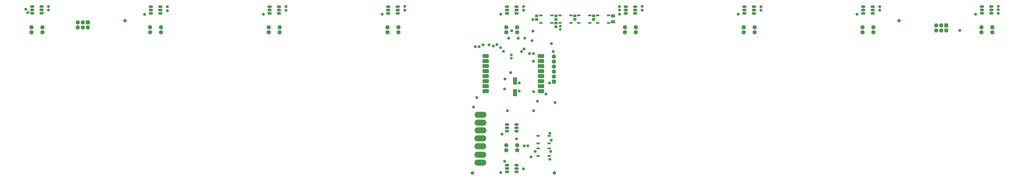
<source format=gts>
G04 Layer_Color=8388736*
%FSLAX25Y25*%
%MOIN*%
G70*
G01*
G75*
%ADD51R,0.06800X0.03800*%
%ADD52R,0.07887X0.14383*%
%ADD53R,0.06312X0.05524*%
%ADD54R,0.04737X0.04737*%
%ADD55R,0.07887X0.05918*%
G04:AMPARAMS|DCode=56|XSize=86.74mil|YSize=51.31mil|CornerRadius=25.66mil|HoleSize=0mil|Usage=FLASHONLY|Rotation=0.000|XOffset=0mil|YOffset=0mil|HoleType=Round|Shape=RoundedRectangle|*
%AMROUNDEDRECTD56*
21,1,0.08674,0.00000,0,0,0.0*
21,1,0.03543,0.05131,0,0,0.0*
1,1,0.05131,0.01772,0.00000*
1,1,0.05131,-0.01772,0.00000*
1,1,0.05131,-0.01772,0.00000*
1,1,0.05131,0.01772,0.00000*
%
%ADD56ROUNDEDRECTD56*%
%ADD57C,0.08280*%
%ADD58R,0.08280X0.08280*%
%ADD59R,0.08280X0.08280*%
%ADD60C,0.06800*%
%ADD61O,0.23600X0.12200*%
G04:AMPARAMS|DCode=62|XSize=82.8mil|YSize=126.11mil|CornerRadius=22.7mil|HoleSize=0mil|Usage=FLASHONLY|Rotation=90.000|XOffset=0mil|YOffset=0mil|HoleType=Round|Shape=RoundedRectangle|*
%AMROUNDEDRECTD62*
21,1,0.08280,0.08071,0,0,90.0*
21,1,0.03740,0.12611,0,0,90.0*
1,1,0.04540,0.04035,0.01870*
1,1,0.04540,0.04035,-0.01870*
1,1,0.04540,-0.04035,-0.01870*
1,1,0.04540,-0.04035,0.01870*
%
%ADD62ROUNDEDRECTD62*%
G04:AMPARAMS|DCode=63|XSize=82.8mil|YSize=126.11mil|CornerRadius=0mil|HoleSize=0mil|Usage=FLASHONLY|Rotation=90.000|XOffset=0mil|YOffset=0mil|HoleType=Round|Shape=Octagon|*
%AMOCTAGOND63*
4,1,8,-0.06305,-0.02070,-0.06305,0.02070,-0.04235,0.04140,0.04235,0.04140,0.06305,0.02070,0.06305,-0.02070,0.04235,-0.04140,-0.04235,-0.04140,-0.06305,-0.02070,0.0*
%
%ADD63OCTAGOND63*%

%ADD64C,0.05800*%
%ADD65C,0.05300*%
D51*
X1059000Y-208200D02*
D03*
X1037000D02*
D03*
X1059000Y-193200D02*
D03*
X1037000D02*
D03*
Y-168200D02*
D03*
X1059000D02*
D03*
X1037000Y-183200D02*
D03*
X1059000D02*
D03*
X1042500Y71800D02*
D03*
X1064500D02*
D03*
X1042500Y56800D02*
D03*
X1064500D02*
D03*
X1080500Y71800D02*
D03*
X1102500D02*
D03*
X1080500Y56800D02*
D03*
X1102500D02*
D03*
X1117900Y71900D02*
D03*
X1139900D02*
D03*
X1117900Y56900D02*
D03*
X1139900D02*
D03*
X1155500Y71800D02*
D03*
X1177500D02*
D03*
X1155500Y56800D02*
D03*
X1177500D02*
D03*
D52*
X991200Y-58986D02*
D03*
Y-82214D02*
D03*
D53*
X1072500Y56343D02*
D03*
Y49257D02*
D03*
X1034000Y63757D02*
D03*
Y70843D02*
D03*
X1072500Y70843D02*
D03*
Y63757D02*
D03*
X1110000Y70943D02*
D03*
Y63857D02*
D03*
X1147500Y70843D02*
D03*
Y63757D02*
D03*
D54*
X1081000Y50450D02*
D03*
Y44150D02*
D03*
D55*
X1186000Y59291D02*
D03*
Y70709D02*
D03*
D56*
X994047Y-145605D02*
D03*
Y-152298D02*
D03*
Y-158991D02*
D03*
X975149D02*
D03*
Y-152298D02*
D03*
Y-145605D02*
D03*
X994047Y-226507D02*
D03*
Y-233200D02*
D03*
Y-239893D02*
D03*
X975149D02*
D03*
Y-233200D02*
D03*
Y-226507D02*
D03*
X1938914Y89493D02*
D03*
Y82800D02*
D03*
Y76107D02*
D03*
X1920016D02*
D03*
Y82800D02*
D03*
Y89493D02*
D03*
X1702693Y89194D02*
D03*
Y82501D02*
D03*
Y75808D02*
D03*
X1683795D02*
D03*
Y82501D02*
D03*
Y89194D02*
D03*
X1466473D02*
D03*
Y82501D02*
D03*
Y75808D02*
D03*
X1447575D02*
D03*
Y82501D02*
D03*
Y89194D02*
D03*
X1230252D02*
D03*
Y82501D02*
D03*
Y75808D02*
D03*
X1211354D02*
D03*
Y82501D02*
D03*
Y89194D02*
D03*
X994032D02*
D03*
Y82501D02*
D03*
Y75808D02*
D03*
X975134D02*
D03*
Y82501D02*
D03*
Y89194D02*
D03*
X757811D02*
D03*
Y82501D02*
D03*
Y75808D02*
D03*
X738913D02*
D03*
Y82501D02*
D03*
Y89194D02*
D03*
X521591D02*
D03*
Y82501D02*
D03*
Y75808D02*
D03*
X502693D02*
D03*
Y82501D02*
D03*
Y89194D02*
D03*
X285370D02*
D03*
Y82501D02*
D03*
Y75808D02*
D03*
X266472D02*
D03*
Y82501D02*
D03*
Y89194D02*
D03*
X49248Y89555D02*
D03*
Y82862D02*
D03*
Y76169D02*
D03*
X30350D02*
D03*
Y82862D02*
D03*
Y89555D02*
D03*
D57*
X1446197Y38249D02*
D03*
Y48249D02*
D03*
X1467851D02*
D03*
Y38249D02*
D03*
X1682417D02*
D03*
Y48249D02*
D03*
X1704071D02*
D03*
Y38249D02*
D03*
X1849000Y41800D02*
D03*
X1839000Y51800D02*
D03*
Y41800D02*
D03*
X1829000Y51800D02*
D03*
Y41800D02*
D03*
X1919000Y38249D02*
D03*
Y48249D02*
D03*
X1940654D02*
D03*
Y38249D02*
D03*
X1068500Y-50200D02*
D03*
Y-40200D02*
D03*
Y-30200D02*
D03*
Y-20200D02*
D03*
Y-10200D02*
D03*
X973771Y-196700D02*
D03*
Y-186700D02*
D03*
X995425D02*
D03*
Y-196700D02*
D03*
X1209976Y38249D02*
D03*
Y48249D02*
D03*
X1231630D02*
D03*
Y38249D02*
D03*
X973771D02*
D03*
Y48249D02*
D03*
X995425D02*
D03*
Y38249D02*
D03*
X737535D02*
D03*
Y48249D02*
D03*
X759189D02*
D03*
Y38249D02*
D03*
X501315D02*
D03*
Y48249D02*
D03*
X522969D02*
D03*
Y38249D02*
D03*
X265094D02*
D03*
Y48249D02*
D03*
X286748D02*
D03*
Y38249D02*
D03*
X29246Y38292D02*
D03*
Y48292D02*
D03*
X50900D02*
D03*
Y38292D02*
D03*
X141000Y47800D02*
D03*
X131000Y57800D02*
D03*
Y47800D02*
D03*
X121000Y57800D02*
D03*
Y47800D02*
D03*
D58*
X1849000Y51800D02*
D03*
X141000Y57800D02*
D03*
D59*
X1068500Y-60200D02*
D03*
D60*
X1755000Y61000D02*
D03*
X215000D02*
D03*
X1069600Y-242300D02*
D03*
X906600D02*
D03*
D61*
X922300Y-221500D02*
D03*
Y-205900D02*
D03*
Y-188800D02*
D03*
Y-173200D02*
D03*
X922500Y-126100D02*
D03*
Y-141700D02*
D03*
Y-157300D02*
D03*
D62*
X1042900Y-79100D02*
D03*
Y-69100D02*
D03*
Y-59100D02*
D03*
Y-49100D02*
D03*
Y-39100D02*
D03*
Y-29100D02*
D03*
Y-19100D02*
D03*
Y-9100D02*
D03*
X932901Y-79100D02*
D03*
Y-69100D02*
D03*
Y-59100D02*
D03*
Y-49100D02*
D03*
Y-39100D02*
D03*
Y-29100D02*
D03*
Y-19100D02*
D03*
D63*
Y-9100D02*
D03*
D64*
X948200Y10700D02*
D03*
X970500Y-219000D02*
D03*
X1026900Y40600D02*
D03*
X1025200Y21500D02*
D03*
X1026900Y63400D02*
D03*
X1063400Y15500D02*
D03*
X1067100Y-200D02*
D03*
X1020300Y-4200D02*
D03*
X1027700D02*
D03*
X1198900Y89400D02*
D03*
X1199000Y82500D02*
D03*
X21729Y77571D02*
D03*
X915300Y-92000D02*
D03*
X908400Y-110845D02*
D03*
X939400Y13200D02*
D03*
X927600D02*
D03*
X978400Y26500D02*
D03*
X984500Y41000D02*
D03*
X1010500Y26400D02*
D03*
X997600Y26100D02*
D03*
X1023300Y-210100D02*
D03*
X1031200Y-199200D02*
D03*
X976000Y-118200D02*
D03*
X919700Y9500D02*
D03*
X912200D02*
D03*
X1876000Y41800D02*
D03*
X1027700Y-19683D02*
D03*
X999400Y-78800D02*
D03*
Y-62900D02*
D03*
X994000Y-174200D02*
D03*
X1060500Y-214700D02*
D03*
Y-163200D02*
D03*
X1028000Y-118200D02*
D03*
X1062000Y-199200D02*
D03*
X1063000Y-176700D02*
D03*
X1009100Y4700D02*
D03*
X1004200Y-300D02*
D03*
X955300Y13800D02*
D03*
X962400Y7500D02*
D03*
X968100Y0D02*
D03*
X982500Y-42200D02*
D03*
X1028000Y-80200D02*
D03*
X971000Y-54700D02*
D03*
X970500Y-74700D02*
D03*
X1035900Y-99324D02*
D03*
X1070900Y-101716D02*
D03*
X1059900Y-62824D02*
D03*
X1052900Y-84824D02*
D03*
X1009400Y-188324D02*
D03*
X1016400D02*
D03*
X965200Y-164824D02*
D03*
X1007900Y-233824D02*
D03*
X962800Y-241424D02*
D03*
X17900Y84000D02*
D03*
X1716700Y89276D02*
D03*
Y81976D02*
D03*
X1671600Y74076D02*
D03*
X535600Y89576D02*
D03*
X1952500Y75800D02*
D03*
X1907500Y74076D02*
D03*
X1952600Y82976D02*
D03*
Y89876D02*
D03*
X1435300Y74176D02*
D03*
X1480400Y82076D02*
D03*
Y89276D02*
D03*
X1199100Y74076D02*
D03*
X1244200Y81976D02*
D03*
Y89676D02*
D03*
X962900Y74076D02*
D03*
X1008000Y81976D02*
D03*
Y89576D02*
D03*
X726700Y74176D02*
D03*
X771800Y82076D02*
D03*
Y89776D02*
D03*
X490500Y74176D02*
D03*
X535600Y81776D02*
D03*
X254300Y73776D02*
D03*
X299400Y81076D02*
D03*
Y89076D02*
D03*
X62900Y89400D02*
D03*
Y82600D02*
D03*
D65*
X983800Y-13400D02*
D03*
X983700Y-7000D02*
D03*
M02*

</source>
